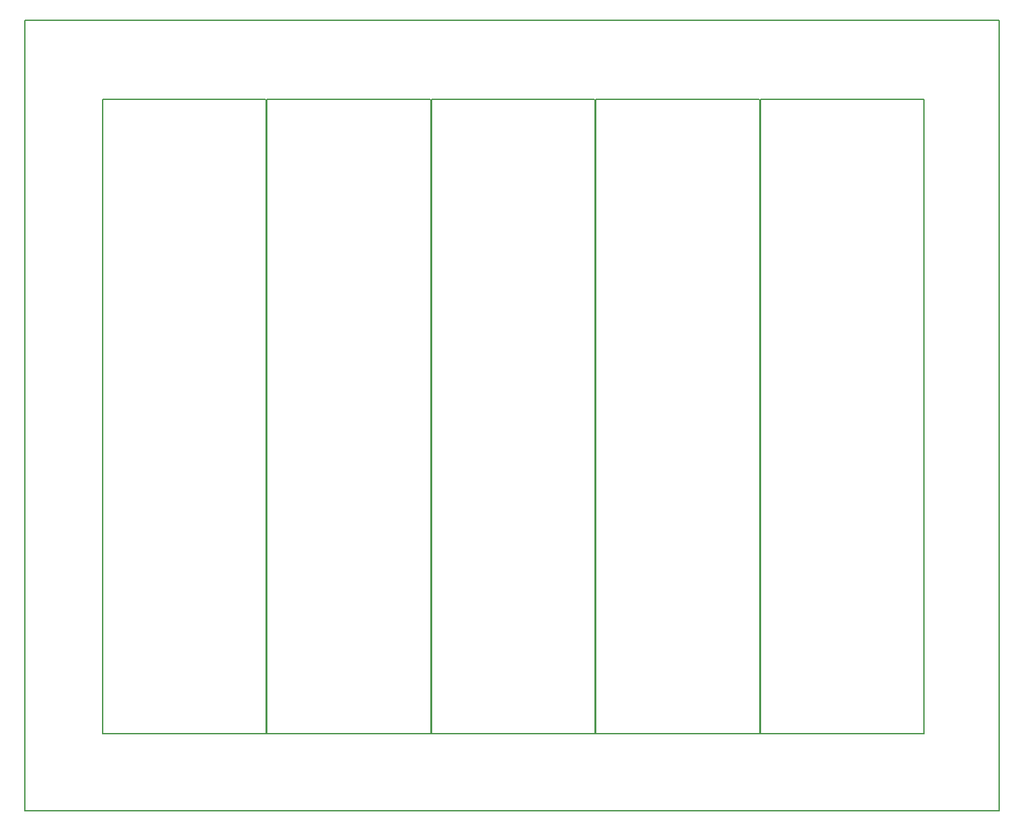
<source format=gko>
G04*
G04 #@! TF.GenerationSoftware,Altium Limited,Altium Designer,19.1.8 (144)*
G04*
G04 Layer_Color=16711935*
%FSAX25Y25*%
%MOIN*%
G70*
G01*
G75*
%ADD13C,0.00787*%
%ADD146C,0.00787*%
G36*
X0000787Y0402756D02*
D01*
D02*
G37*
D13*
X0004252D02*
X0496063D01*
X0496063Y-0000394D01*
X-0000394D02*
X0496063D01*
X-0000394D02*
Y0402756D01*
X0000787D01*
X0004252D01*
X0122441Y0362047D02*
G03*
X0122047Y0362441I-0000394J0000000D01*
G01*
X0122441Y0362047D02*
G03*
X0122047Y0362441I-0000394J0000000D01*
G01*
X0122441Y0042713D02*
G03*
X0122441Y0042717I-0000394J0000003D01*
G01*
X0122441Y0042713D02*
G03*
X0122441Y0042717I-0003898J0000003D01*
G01*
X0041772Y0362441D02*
G03*
X0041768Y0362441I0000000J-0000394D01*
G01*
X0041772D02*
G03*
X0041768Y0362441I-0000000J-0002795D01*
G01*
X0038976Y0042717D02*
G03*
X0038976Y0042714I0003898J-0000000D01*
G01*
X0038976Y0042717D02*
G03*
X0038976Y0042714I0000394J0000000D01*
G01*
X0042874Y0038819D02*
X0122441D01*
Y0041929D01*
X0122441Y0362047D01*
X0042874Y0038819D02*
X0042874D01*
X0038976D02*
X0042874D01*
X0038976Y0362441D02*
X0122047Y0362441D01*
X0038976Y0359646D02*
Y0362441D01*
Y0359646D02*
X0038976Y0038819D01*
X0206299Y0362047D02*
G03*
X0205906Y0362441I-0000394J0000000D01*
G01*
X0206299Y0362047D02*
G03*
X0205906Y0362441I-0000394J0000000D01*
G01*
X0206299Y0042713D02*
G03*
X0206299Y0042717I-0000394J0000003D01*
G01*
X0206299Y0042713D02*
G03*
X0206299Y0042717I-0003898J0000003D01*
G01*
X0125630Y0362441D02*
G03*
X0125626Y0362441I0000000J-0000394D01*
G01*
X0125630D02*
G03*
X0125626Y0362441I-0000000J-0002795D01*
G01*
X0122835Y0042717D02*
G03*
X0122835Y0042714I0003898J-0000000D01*
G01*
X0122835Y0042717D02*
G03*
X0122835Y0042714I0000394J0000000D01*
G01*
X0126732Y0038819D02*
X0206299D01*
Y0041929D01*
X0206299Y0362047D01*
X0126732Y0038819D02*
X0126732D01*
X0122835D02*
X0126732D01*
X0122835Y0362441D02*
X0205906Y0362441D01*
X0122835Y0359646D02*
Y0362441D01*
Y0359646D02*
X0122835Y0038819D01*
X0290158Y0362047D02*
G03*
X0289764Y0362441I-0000394J0000000D01*
G01*
X0290158Y0362047D02*
G03*
X0289764Y0362441I-0000394J0000000D01*
G01*
X0290158Y0042713D02*
G03*
X0290158Y0042717I-0000394J0000003D01*
G01*
X0290158Y0042713D02*
G03*
X0290158Y0042717I-0003898J0000003D01*
G01*
X0209488Y0362441D02*
G03*
X0209484Y0362441I0000000J-0000394D01*
G01*
X0209488D02*
G03*
X0209484Y0362441I-0000000J-0002795D01*
G01*
X0206693Y0042717D02*
G03*
X0206693Y0042714I0003898J-0000000D01*
G01*
X0206693Y0042717D02*
G03*
X0206693Y0042714I0000394J0000000D01*
G01*
X0210591Y0038819D02*
X0290158D01*
Y0041929D01*
X0290158Y0362047D01*
X0210591Y0038819D02*
X0210591D01*
X0206693D02*
X0210591D01*
X0206693Y0362441D02*
X0289764Y0362441D01*
X0206693Y0359646D02*
Y0362441D01*
Y0359646D02*
X0206693Y0038819D01*
X0374016Y0362047D02*
G03*
X0373622Y0362441I-0000394J0000000D01*
G01*
X0374016Y0362047D02*
G03*
X0373622Y0362441I-0000394J0000000D01*
G01*
X0374016Y0042713D02*
G03*
X0374016Y0042717I-0000394J0000003D01*
G01*
X0374016Y0042713D02*
G03*
X0374016Y0042717I-0003898J0000003D01*
G01*
X0293347Y0362441D02*
G03*
X0293342Y0362441I0000000J-0000394D01*
G01*
X0293347D02*
G03*
X0293342Y0362441I-0000000J-0002795D01*
G01*
X0290551Y0042717D02*
G03*
X0290551Y0042714I0003898J-0000000D01*
G01*
X0290551Y0042717D02*
G03*
X0290551Y0042714I0000394J0000000D01*
G01*
X0294449Y0038819D02*
X0374016D01*
Y0041929D01*
X0374016Y0362047D01*
X0294449Y0038819D02*
X0294449D01*
X0290551D02*
X0294449D01*
X0290551Y0362441D02*
X0373622Y0362441D01*
X0290551Y0359646D02*
Y0362441D01*
Y0359646D02*
X0290551Y0038819D01*
X0457874Y0362047D02*
G03*
X0457480Y0362441I-0000394J0000000D01*
G01*
X0457874Y0362047D02*
G03*
X0457480Y0362441I-0000394J0000000D01*
G01*
X0457874Y0042713D02*
G03*
X0457874Y0042717I-0000394J0000003D01*
G01*
X0457874Y0042713D02*
G03*
X0457874Y0042717I-0003898J0000003D01*
G01*
X0377205Y0362441D02*
G03*
X0377201Y0362441I0000000J-0000394D01*
G01*
X0377205D02*
G03*
X0377201Y0362441I-0000000J-0002795D01*
G01*
X0374410Y0042717D02*
G03*
X0374410Y0042714I0003898J-0000000D01*
G01*
X0374410Y0042717D02*
G03*
X0374410Y0042714I0000394J0000000D01*
G01*
X0378307Y0038819D02*
X0457874D01*
Y0041929D01*
X0457874Y0362047D01*
X0378307Y0038819D02*
X0378307D01*
X0374410D02*
X0378307D01*
X0374410Y0362441D02*
X0457480Y0362441D01*
X0374410Y0359646D02*
Y0362441D01*
Y0359646D02*
X0374410Y0038819D01*
D146*
X0122441Y0042717D02*
D03*
X0038976Y0042717D02*
D03*
X0206299Y0042717D02*
D03*
X0122835Y0042717D02*
D03*
X0290158Y0042717D02*
D03*
X0206693Y0042717D02*
D03*
X0374016Y0042717D02*
D03*
X0290551Y0042717D02*
D03*
X0457874Y0042717D02*
D03*
X0374410Y0042717D02*
D03*
M02*

</source>
